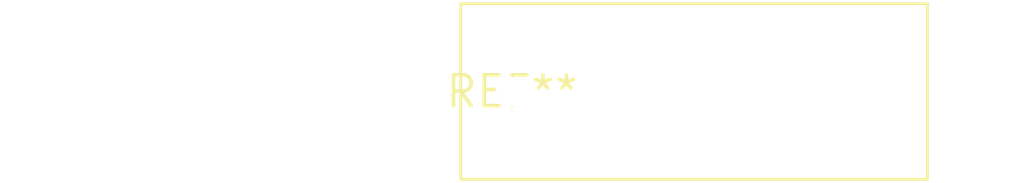
<source format=kicad_pcb>
(kicad_pcb (version 20240108) (generator pcbnew)
  (layers (0 "F.Cu" signal) (31 "B.Cu" signal) (34 "B.Paste" user) (35 "F.Paste" user) (36 "B.SilkS" user "B.Silkscreen") (37 "F.SilkS" user "F.Silkscreen") (38 "B.Mask" user) (39 "F.Mask" user) (44 "Edge.Cuts" user))
  (net 0 "")
  (footprint "C_Rect_L19.0mm_W7.0mm_P15.00mm_MKS4" (layer "F.Cu") (at 0 0)
    (property "Reference" "REF**")
    (property "Value" "C_Rect_L19.0mm_W7.0mm_P15.00mm_MKS4")
    (fp_line (start -2.12 -3.62) (end -2.12 3.62) (layer "F.SilkS") (stroke (width 0.12)))
    (fp_line (start -2.12 -3.62) (end 17.12 -3.62) (layer "F.SilkS") (stroke (width 0.12)))
    (fp_line (start -2.12 3.62) (end 17.12 3.62) (layer "F.SilkS") (stroke (width 0.12)))
    (fp_line (start 17.12 -3.62) (end 17.12 3.62) (layer "F.SilkS") (stroke (width 0.12)))
    (pad "1" thru_hole circle (at 0 0) (size 2.4 2.4) (drill 1.2) (layers *.Cu *.Mask) (remove_unused_layers))
    (pad "2" thru_hole circle (at 15 0) (size 2.4 2.4) (drill 1.2) (layers *.Cu *.Mask) (remove_unused_layers))
  )
)
</source>
